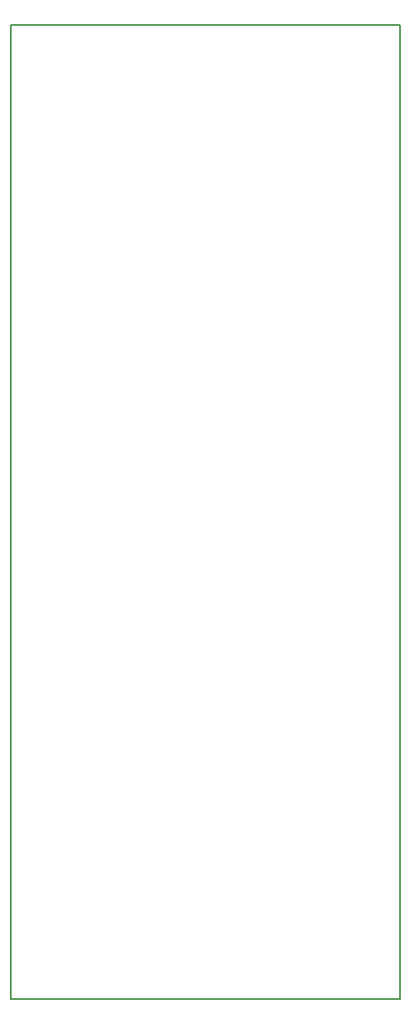
<source format=gbr>
G04 #@! TF.GenerationSoftware,KiCad,Pcbnew,(5.1.0)-1*
G04 #@! TF.CreationDate,2019-04-24T00:35:03-04:00*
G04 #@! TF.ProjectId,lfo,6c666f2e-6b69-4636-9164-5f7063625858,rev?*
G04 #@! TF.SameCoordinates,Original*
G04 #@! TF.FileFunction,Profile,NP*
%FSLAX46Y46*%
G04 Gerber Fmt 4.6, Leading zero omitted, Abs format (unit mm)*
G04 Created by KiCad (PCBNEW (5.1.0)-1) date 2019-04-24 00:35:03*
%MOMM*%
%LPD*%
G04 APERTURE LIST*
%ADD10C,0.150000*%
G04 APERTURE END LIST*
D10*
X203200000Y-137160000D02*
X242824000Y-137160000D01*
X203200000Y-38100000D02*
X203200000Y-137160000D01*
X242824000Y-38100000D02*
X203200000Y-38100000D01*
X242824000Y-38100000D02*
X242824000Y-137160000D01*
M02*

</source>
